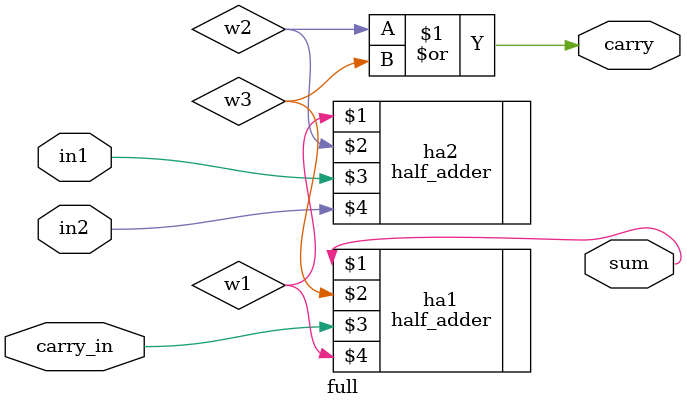
<source format=v>
module full(sum, carry, in1, in2, carry_in);
	output sum, carry;
	input in1, in2, carry_in;
	wire w1, w2, w3;
	
	half_adder ha1(sum, w3, carry_in, w1);
	half_adder ha2(w1, w2, in1, in2);
	
	or (carry, w2, w3);

endmodule

</source>
